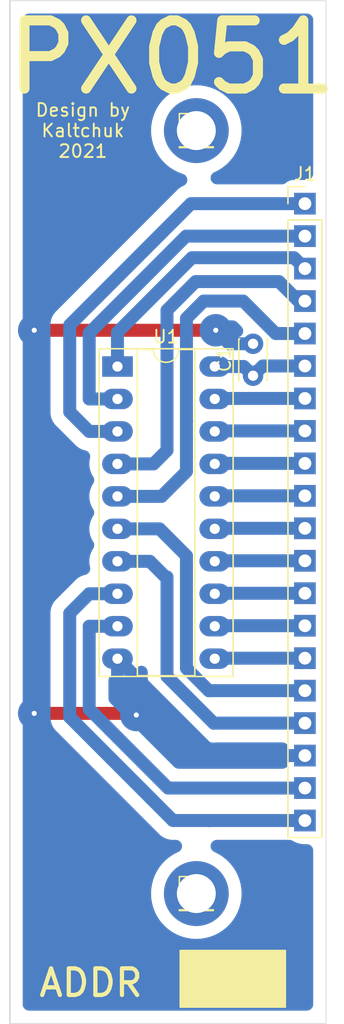
<source format=kicad_pcb>
(kicad_pcb (version 20211014) (generator pcbnew)
  (layers (0 "F.Cu" signal) (31 "B.Cu" signal) (34 "B.Paste" user) (35 "F.Paste" user) (36 "B.SilkS" user "B.Silkscreen") (37 "F.SilkS" user "F.Silkscreen") (38 "B.Mask" user) (39 "F.Mask" user) (44 "Edge.Cuts" user))
  (net 0 "")
  (net 1 "Net-(C1-Pad1)")
  (net 2 "Net-(J1-Pad20)")
  (net 3 "Net-(J1-Pad1)")
  (net 4 "Net-(J1-Pad2)")
  (net 5 "Net-(J1-Pad3)")
  (net 6 "Net-(J1-Pad4)")
  (net 7 "Net-(J1-Pad5)")
  (net 8 "Net-(J1-Pad7)")
  (net 9 "Net-(J1-Pad8)")
  (net 10 "Net-(J1-Pad9)")
  (net 11 "Net-(J1-Pad10)")
  (net 12 "Net-(J1-Pad11)")
  (net 13 "Net-(J1-Pad12)")
  (net 14 "Net-(J1-Pad13)")
  (net 15 "Net-(J1-Pad14)")
  (net 16 "Net-(J1-Pad15)")
  (net 17 "Net-(J1-Pad16)")
  (net 18 "Net-(J1-Pad17)")
  (net 19 "GND")
  (net 20 "Net-(J1-Pad19)")
  (footprint "Connector_PinHeader_2.54mm:PinHeader_1x01_P2.54mm_Vertical" (layer "F.Cu") (at 264.16 49.53)
    (fp_text reference "J7" hide)
    (fp_text value "fixing bolt" hide)
    (fp_line (start -1.33 1.33) (end 1.33 1.33) (layer "F.SilkS") (width 0.12))
    (fp_line (start -1.33 -1.33) (end 0 -1.33) (layer "F.SilkS") (width 0.12))
    (fp_line (start 1.33 1.27) (end 1.33 1.33) (layer "F.SilkS") (width 0.12))
    (fp_line (start -1.33 0) (end -1.33 -1.33) (layer "F.SilkS") (width 0.12))
    (fp_line (start -1.33 1.27) (end 1.33 1.27) (layer "F.SilkS") (width 0.12))
    (fp_line (start -1.33 1.27) (end -1.33 1.33) (layer "F.SilkS") (width 0.12))
    (pad "" thru_hole circle locked (at 0 0) (size 5.08 5.08) (drill 3.048) (layers *.Cu *.Mask))
  )
  (footprint "Capacitor_THT:C_Disc_D3.0mm_W2.0mm_P2.50mm" (layer "F.Cu") (at 268.605 68.707 90)
    (fp_text reference "C1" (at 1.25 -2.25 90) (layer "F.SilkS"))
    (fp_text value "10nF")
    (fp_line (start -0.37 1.055) (end -0.37 1.12) (layer "F.SilkS") (width 0.12))
    (fp_line (start -0.37 -1.12) (end 2.87 -1.12) (layer "F.SilkS") (width 0.12))
    (fp_line (start 2.87 1.055) (end 2.87 1.12) (layer "F.SilkS") (width 0.12))
    (fp_line (start -0.37 -1.12) (end -0.37 -1.055) (layer "F.SilkS") (width 0.12))
    (fp_line (start -0.37 1.12) (end 2.87 1.12) (layer "F.SilkS") (width 0.12))
    (fp_line (start 2.87 -1.12) (end 2.87 -1.055) (layer "F.SilkS") (width 0.12))
    (pad "1" thru_hole circle (at 0 0 90) (size 1.6 1.6) (drill 0.8) (layers *.Cu *.Mask) (net 1 "Net-(C1-Pad1)"))
    (pad "2" thru_hole circle (at 2.5 0 90) (size 1.6 1.6) (drill 0.8) (layers *.Cu *.Mask) (net 19 "GND"))
  )
  (footprint "Connector_PinHeader_2.54mm:PinHeader_1x01_P2.54mm_Vertical" (layer "F.Cu") (at 264.16 109.22)
    (fp_text reference "J8" hide)
    (fp_text value "fixing bolt" hide)
    (fp_line (start -1.33 -1.33) (end 0 -1.33) (layer "F.SilkS") (width 0.12))
    (fp_line (start -1.33 1.33) (end 1.33 1.33) (layer "F.SilkS") (width 0.12))
    (fp_line (start -1.33 0) (end -1.33 -1.33) (layer "F.SilkS") (width 0.12))
    (fp_line (start -1.33 1.27) (end 1.33 1.27) (layer "F.SilkS") (width 0.12))
    (fp_line (start 1.33 1.27) (end 1.33 1.33) (layer "F.SilkS") (width 0.12))
    (fp_line (start -1.33 1.27) (end -1.33 1.33) (layer "F.SilkS") (width 0.12))
    (pad "1" thru_hole circle locked (at 0 0) (size 5.08 5.08) (drill 3.048) (layers *.Cu *.Mask))
  )
  (footprint "Connector_PinHeader_2.54mm:PinHeader_1x20_P2.54mm_Vertical" (layer "F.Cu") (at 272.669 55.245)
    (fp_text reference "J1" (at 0 -2.33) (layer "F.SilkS"))
    (fp_text value "Conn_01x20_Male" hide)
    (fp_line (start -1.33 49.59) (end 1.33 49.59) (layer "F.SilkS") (width 0.12))
    (fp_line (start -1.33 0) (end -1.33 -1.33) (layer "F.SilkS") (width 0.12))
    (fp_line (start -1.33 1.27) (end -1.33 49.59) (layer "F.SilkS") (width 0.12))
    (fp_line (start -1.33 -1.33) (end 0 -1.33) (layer "F.SilkS") (width 0.12))
    (fp_line (start 1.33 1.27) (end 1.33 49.59) (layer "F.SilkS") (width 0.12))
    (fp_line (start -1.33 1.27) (end 1.33 1.27) (layer "F.SilkS") (width 0.12))
    (pad "1" thru_hole rect (at 0 0) (size 1.7 1.7) (drill 1) (layers *.Cu *.Mask) (net 3 "Net-(J1-Pad1)"))
    (pad "2" thru_hole rect (at 0 2.54) (size 1.7 1.7) (drill 1) (layers *.Cu *.Mask) (net 4 "Net-(J1-Pad2)"))
    (pad "3" thru_hole rect (at 0 5.08) (size 1.7 1.7) (drill 1) (layers *.Cu *.Mask) (net 5 "Net-(J1-Pad3)"))
    (pad "4" thru_hole rect (at 0 7.62) (size 1.7 1.7) (drill 1) (layers *.Cu *.Mask) (net 6 "Net-(J1-Pad4)"))
    (pad "5" thru_hole rect (at 0 10.16) (size 1.7 1.7) (drill 1) (layers *.Cu *.Mask) (net 7 "Net-(J1-Pad5)"))
    (pad "6" thru_hole rect (at 0 12.7) (size 1.7 1.7) (drill 1) (layers *.Cu *.Mask) (net 1 "Net-(C1-Pad1)"))
    (pad "7" thru_hole rect (at 0 15.24) (size 1.7 1.7) (drill 1) (layers *.Cu *.Mask) (net 8 "Net-(J1-Pad7)"))
    (pad "8" thru_hole rect (at 0 17.78) (size 1.7 1.7) (drill 1) (layers *.Cu *.Mask) (net 9 "Net-(J1-Pad8)"))
    (pad "9" thru_hole rect (at 0 20.32) (size 1.7 1.7) (drill 1) (layers *.Cu *.Mask) (net 10 "Net-(J1-Pad9)"))
    (pad "10" thru_hole rect (at 0 22.86) (size 1.7 1.7) (drill 1) (layers *.Cu *.Mask) (net 11 "Net-(J1-Pad10)"))
    (pad "11" thru_hole rect (at 0 25.4) (size 1.7 1.7) (drill 1) (layers *.Cu *.Mask) (net 12 "Net-(J1-Pad11)"))
    (pad "12" thru_hole rect (at 0 27.94) (size 1.7 1.7) (drill 1) (layers *.Cu *.Mask) (net 13 "Net-(J1-Pad12)"))
    (pad "13" thru_hole rect (at 0 30.48) (size 1.7 1.7) (drill 1) (layers *.Cu *.Mask) (net 14 "Net-(J1-Pad13)"))
    (pad "14" thru_hole rect (at 0 33.02) (size 1.7 1.7) (drill 1) (layers *.Cu *.Mask) (net 15 "Net-(J1-Pad14)"))
    (pad "15" thru_hole rect (at 0 35.56) (size 1.7 1.7) (drill 1) (layers *.Cu *.Mask) (net 16 "Net-(J1-Pad15)"))
    (pad "16" thru_hole rect (at 0 38.1) (size 1.7 1.7) (drill 1) (layers *.Cu *.Mask) (net 17 "Net-(J1-Pad16)"))
    (pad "17" thru_hole rect (at 0 40.64) (size 1.7 1.7) (drill 1) (layers *.Cu *.Mask) (net 18 "Net-(J1-Pad17)"))
    (pad "18" thru_hole rect (at 0 43.18) (size 1.7 1.7) (drill 1) (layers *.Cu *.Mask) (net 19 "GND"))
    (pad "19" thru_hole rect (at 0 45.72) (size 1.7 1.7) (drill 1) (layers *.Cu *.Mask) (net 20 "Net-(J1-Pad19)"))
    (pad "20" thru_hole rect (at 0 48.26) (size 1.7 1.7) (drill 1) (layers *.Cu *.Mask) (net 2 "Net-(J1-Pad20)"))
  )
  (footprint "Package_DIP:DIP-20_W7.62mm_Socket_LongPads" (layer "F.Cu") (at 257.983259 67.986259)
    (fp_text reference "U1" (at 3.81 -2.33) (layer "F.SilkS"))
    (fp_text value "AT89C4051-24P")
    (fp_line (start -1.44 24.25) (end 9.06 24.25) (layer "F.SilkS") (width 0.12))
    (fp_line (start 6.06 24.19) (end 6.06 -1.33) (layer "F.SilkS") (width 0.12))
    (fp_line (start 9.06 -1.39) (end -1.44 -1.39) (layer "F.SilkS") (width 0.12))
    (fp_line (start 9.06 24.25) (end 9.06 -1.39) (layer "F.SilkS") (width 0.12))
    (fp_line (start 1.56 -1.33) (end 1.56 24.19) (layer "F.SilkS") (width 0.12))
    (fp_line (start 2.81 -1.33) (end 1.56 -1.33) (layer "F.SilkS") (width 0.12))
    (fp_line (start 6.06 -1.33) (end 4.81 -1.33) (layer "F.SilkS") (width 0.12))
    (fp_line (start 1.56 24.19) (end 6.06 24.19) (layer "F.SilkS") (width 0.12))
    (fp_line (start -1.44 -1.39) (end -1.44 24.25) (layer "F.SilkS") (width 0.12))
    (fp_arc (start 4.81 -1.33) (mid 3.81 -0.33) (end 2.81 -1.33) (layer "F.SilkS") (width 0.12))
    (pad "1" thru_hole rect (at 0 0) (size 2.4 1.6) (drill 0.8) (layers *.Cu *.Mask) (net 5 "Net-(J1-Pad3)"))
    (pad "2" thru_hole oval (at 0 2.54) (size 2.4 1.6) (drill 0.8) (layers *.Cu *.Mask) (net 4 "Net-(J1-Pad2)"))
    (pad "3" thru_hole oval (at 0 5.08) (size 2.4 1.6) (drill 0.8) (layers *.Cu *.Mask) (net 3 "Net-(J1-Pad1)"))
    (pad "4" thru_hole oval (at 0 7.62) (size 2.4 1.6) (drill 0.8) (layers *.Cu *.Mask) (net 6 "Net-(J1-Pad4)"))
    (pad "5" thru_hole oval (at 0 10.16) (size 2.4 1.6) (drill 0.8) (layers *.Cu *.Mask) (net 7 "Net-(J1-Pad5)"))
    (pad "6" thru_hole oval (at 0 12.7) (size 2.4 1.6) (drill 0.8) (layers *.Cu *.Mask) (net 17 "Net-(J1-Pad16)"))
    (pad "7" thru_hole oval (at 0 15.24) (size 2.4 1.6) (drill 0.8) (layers *.Cu *.Mask) (net 18 "Net-(J1-Pad17)"))
    (pad "8" thru_hole oval (at 0 17.78) (size 2.4 1.6) (drill 0.8) (layers *.Cu *.Mask) (net 2 "Net-(J1-Pad20)"))
    (pad "9" thru_hole oval (at 0 20.32) (size 2.4 1.6) (drill 0.8) (layers *.Cu *.Mask) (net 20 "Net-(J1-Pad19)"))
    (pad "10" thru_hole oval (at 0 22.86) (size 2.4 1.6) (drill 0.8) (layers *.Cu *.Mask) (net 19 "GND"))
    (pad "11" thru_hole oval (at 7.62 22.86) (size 2.4 1.6) (drill 0.8) (layers *.Cu *.Mask) (net 16 "Net-(J1-Pad15)"))
    (pad "12" thru_hole oval (at 7.62 20.32) (size 2.4 1.6) (drill 0.8) (layers *.Cu *.Mask) (net 15 "Net-(J1-Pad14)"))
    (pad "13" thru_hole oval (at 7.62 17.78) (size 2.4 1.6) (drill 0.8) (layers *.Cu *.Mask) (net 14 "Net-(J1-Pad13)"))
    (pad "14" thru_hole oval (at 7.62 15.24) (size 2.4 1.6) (drill 0.8) (layers *.Cu *.Mask) (net 13 "Net-(J1-Pad12)"))
    (pad "15" thru_hole oval (at 7.62 12.7) (size 2.4 1.6) (drill 0.8) (layers *.Cu *.Mask) (net 12 "Net-(J1-Pad11)"))
    (pad "16" thru_hole oval (at 7.62 10.16) (size 2.4 1.6) (drill 0.8) (layers *.Cu *.Mask) (net 11 "Net-(J1-Pad10)"))
    (pad "17" thru_hole oval (at 7.62 7.62) (size 2.4 1.6) (drill 0.8) (layers *.Cu *.Mask) (net 10 "Net-(J1-Pad9)"))
    (pad "18" thru_hole oval (at 7.62 5.08) (size 2.4 1.6) (drill 0.8) (layers *.Cu *.Mask) (net 9 "Net-(J1-Pad8)"))
    (pad "19" thru_hole oval (at 7.62 2.54) (size 2.4 1.6) (drill 0.8) (layers *.Cu *.Mask) (net 8 "Net-(J1-Pad7)"))
    (pad "20" thru_hole oval (at 7.62 0) (size 2.4 1.6) (drill 0.8) (layers *.Cu *.Mask) (net 1 "Net-(C1-Pad1)"))
  )
  (gr_poly (pts (xy 271.145 118.11) (xy 262.89 118.11) (xy 262.89 113.665) (xy 271.145 113.665)) (layer "F.SilkS") (width 0.1) (fill solid))
  (gr_line (start 274.32 119.38) (end 274.32 39.37) (layer "Edge.Cuts") (width 0.05))
  (gr_line (start 249.555 39.37) (end 249.555 119.38) (layer "Edge.Cuts") (width 0.1))
  (gr_line (start 249.555 39.37) (end 274.32 39.37) (layer "Edge.Cuts") (width 0.05))
  (gr_line (start 249.555 119.38) (end 274.32 119.38) (layer "Edge.Cuts") (width 0.05))
  (gr_text "PX051" (at 262.255 43.815) (layer "F.SilkS") (effects (font (size 5.334 5.334) (thickness 0.7874))))
  (gr_text "ADDR" (at 255.905 116.205) (layer "F.SilkS") (effects (font (size 2.0828 2.0828) (thickness 0.3302))))
  (gr_text "Design by\nKaltchuk\n2021" (at 255.27 49.53) (layer "F.SilkS") (effects (font (size 1 1))))
  (segment (start 272.669 67.945) (end 269.367 67.945) (width 1.016) (layer "B.Cu") (net 1))
  (segment (start 265.603259 67.986259) (end 267.884259 67.986259) (width 1.016) (layer "B.Cu") (net 1))
  (segment (start 265.644518 67.945) (end 265.603259 67.986259) (width 1.016) (layer "B.Cu") (net 1))
  (segment (start 267.884259 67.986259) (end 268.605 68.707) (width 1.016) (layer "B.Cu") (net 1))
  (segment (start 269.367 67.945) (end 268.605 68.707) (width 1.016) (layer "B.Cu") (net 1))
  (segment (start 254.24374 87.289778) (end 254.24374 95.419524) (width 1.016) (layer "B.Cu") (net 2))
  (segment (start 257.983259 85.766259) (end 255.767259 85.766259) (width 1.016) (layer "B.Cu") (net 2))
  (segment (start 254.24374 95.419524) (end 262.329216 103.505) (width 1.016) (layer "B.Cu") (net 2))
  (segment (start 265.196518 103.505) (end 265.186259 103.515259) (width 1.016) (layer "B.Cu") (net 2))
  (segment (start 272.669 103.505) (end 265.196518 103.505) (width 1.016) (layer "B.Cu") (net 2))
  (segment (start 255.767259 85.766259) (end 254.24374 87.289778) (width 1.016) (layer "B.Cu") (net 2))
  (segment (start 262.329216 103.505) (end 265.196518 103.505) (width 1.016) (layer "B.Cu") (net 2))
  (segment (start 254.243739 71.542739) (end 255.767259 73.066259) (width 1.016) (layer "B.Cu") (net 3))
  (segment (start 263.73947 55.245) (end 254.24374 64.74073) (width 1.016) (layer "B.Cu") (net 3))
  (segment (start 272.669 55.245) (end 263.73947 55.245) (width 1.016) (layer "B.Cu") (net 3))
  (segment (start 255.767259 73.066259) (end 257.983259 73.066259) (width 1.016) (layer "B.Cu") (net 3))
  (segment (start 254.24374 64.74073) (end 254.24374 65.786) (width 1.016) (layer "B.Cu") (net 3))
  (segment (start 254.243739 65.540175) (end 254.243739 71.542739) (width 1.016) (layer "B.Cu") (net 3))
  (segment (start 263.354052 57.785) (end 255.767259 65.371793) (width 1.016) (layer "B.Cu") (net 4))
  (segment (start 272.669 57.785) (end 263.354052 57.785) (width 1.016) (layer "B.Cu") (net 4))
  (segment (start 255.767259 70.526259) (end 257.983259 70.526259) (width 1.016) (layer "B.Cu") (net 4))
  (segment (start 255.767259 65.371793) (end 255.767259 70.526259) (width 1.016) (layer "B.Cu") (net 4))
  (segment (start 257.983259 65.310375) (end 257.983259 67.986259) (width 1.016) (layer "B.Cu") (net 5))
  (segment (start 263.818634 59.475) (end 257.983259 65.310375) (width 1.016) (layer "B.Cu") (net 5))
  (segment (start 271.819 59.475) (end 263.818634 59.475) (width 1.016) (layer "B.Cu") (net 5))
  (segment (start 272.669 60.325) (end 271.819 59.475) (width 1.016) (layer "B.Cu") (net 5))
  (segment (start 261.86422 63.583996) (end 264.106246 61.34197) (width 1.016) (layer "B.Cu") (net 6))
  (segment (start 261.864219 74.549) (end 261.86422 63.583996) (width 1.016) (layer "B.Cu") (net 6))
  (segment (start 272.161 62.865) (end 272.669 62.865) (width 1.016) (layer "B.Cu") (net 6))
  (segment (start 264.106246 61.34197) (end 270.63797 61.34197) (width 1.016) (layer "B.Cu") (net 6))
  (segment (start 260.80696 75.606259) (end 261.864219 74.549) (width 1.016) (layer "B.Cu") (net 6))
  (segment (start 270.63797 61.34197) (end 272.161 62.865) (width 1.016) (layer "B.Cu") (net 6))
  (segment (start 257.983259 75.606259) (end 260.80696 75.606259) (width 1.016) (layer "B.Cu") (net 6))
  (segment (start 263.387739 64.215059) (end 263.387739 72.252739) (width 1.016) (layer "B.Cu") (net 7))
  (segment (start 263.387739 76.2) (end 263.387739 72.252739) (width 1.016) (layer "B.Cu") (net 7))
  (segment (start 264.737309 62.865489) (end 263.387739 64.215059) (width 1.016) (layer "B.Cu") (net 7))
  (segment (start 257.983259 78.146259) (end 261.44148 78.146259) (width 1.016) (layer "B.Cu") (net 7))
  (segment (start 270.370521 65.405) (end 267.83101 62.865489) (width 1.016) (layer "B.Cu") (net 7))
  (segment (start 272.669 65.405) (end 270.370521 65.405) (width 1.016) (layer "B.Cu") (net 7))
  (segment (start 263.387739 72.252739) (end 263.398 72.263) (width 1.016) (layer "B.Cu") (net 7))
  (segment (start 267.83101 62.865489) (end 264.737309 62.865489) (width 1.016) (layer "B.Cu") (net 7))
  (segment (start 261.44148 78.146259) (end 263.387739 76.2) (width 1.016) (layer "B.Cu") (net 7))
  (segment (start 265.644518 70.485) (end 265.603259 70.526259) (width 1.016) (layer "B.Cu") (net 8))
  (segment (start 272.669 70.485) (end 265.644518 70.485) (width 1.016) (layer "B.Cu") (net 8))
  (segment (start 272.669 73.025) (end 265.644518 73.025) (width 1.016) (layer "B.Cu") (net 9))
  (segment (start 265.644518 73.025) (end 265.603259 73.066259) (width 1.016) (layer "B.Cu") (net 9))
  (segment (start 265.644518 75.565) (end 265.603259 75.606259) (width 1.016) (layer "B.Cu") (net 10))
  (segment (start 272.669 75.565) (end 265.644518 75.565) (width 1.016) (layer "B.Cu") (net 10))
  (segment (start 265.644518 78.105) (end 265.603259 78.146259) (width 1.016) (layer "B.Cu") (net 11))
  (segment (start 272.669 78.105) (end 265.644518 78.105) (width 1.016) (layer "B.Cu") (net 11))
  (segment (start 272.669 80.645) (end 265.644518 80.645) (width 1.016) (layer "B.Cu") (net 12))
  (segment (start 265.644518 80.645) (end 265.603259 80.686259) (width 1.016) (layer "B.Cu") (net 12))
  (segment (start 265.644518 83.185) (end 265.603259 83.226259) (width 1.016) (layer "B.Cu") (net 13))
  (segment (start 272.669 83.185) (end 265.644518 83.185) (width 1.016) (layer "B.Cu") (net 13))
  (segment (start 265.644518 85.725) (end 265.603259 85.766259) (width 1.016) (layer "B.Cu") (net 14))
  (segment (start 272.669 85.725) (end 265.644518 85.725) (width 1.016) (layer "B.Cu") (net 14))
  (segment (start 265.644518 88.265) (end 265.603259 88.306259) (width 1.016) (layer "B.Cu") (net 15))
  (segment (start 272.669 88.265) (end 265.644518 88.265) (width 1.016) (layer "B.Cu") (net 15))
  (segment (start 272.669 90.805) (end 265.644518 90.805) (width 1.016) (layer "B.Cu") (net 16))
  (segment (start 265.644518 90.805) (end 265.603259 90.846259) (width 1.016) (layer "B.Cu") (net 16))
  (segment (start 263.387739 82.793739) (end 263.387739 91.598272) (width 1.016) (layer "B.Cu") (net 17))
  (segment (start 272.669 93.345) (end 265.154985 93.345) (width 1.016) (layer "B.Cu") (net 17))
  (segment (start 265.154985 93.345) (end 265.144726 93.355259) (width 1.016) (layer "B.Cu") (net 17))
  (segment (start 263.387739 91.598272) (end 265.144726 93.355259) (width 1.016) (layer "B.Cu") (net 17))
  (segment (start 261.280259 80.686259) (end 263.387739 82.793739) (width 1.016) (layer "B.Cu") (net 17))
  (segment (start 257.983259 80.686259) (end 261.280259 80.686259) (width 1.016) (layer "B.Cu") (net 17))
  (segment (start 265.540403 95.885) (end 265.530144 95.895259) (width 1.016) (layer "B.Cu") (net 18))
  (segment (start 272.669 95.885) (end 265.540403 95.885) (width 1.016) (layer "B.Cu") (net 18))
  (segment (start 261.86422 92.229335) (end 265.530144 95.895259) (width 1.016) (layer "B.Cu") (net 18))
  (segment (start 261.864219 84.445219) (end 261.86422 92.229335) (width 1.016) (layer "B.Cu") (net 18))
  (segment (start 260.518259 83.226259) (end 261.737219 84.445219) (width 1.016) (layer "B.Cu") (net 18))
  (segment (start 257.983259 83.226259) (end 260.518259 83.226259) (width 1.016) (layer "B.Cu") (net 18))
  (segment (start 265.684 65.151) (end 251.46 65.151) (width 1.016) (layer "F.Cu") (net 19))
  (segment (start 259.334 95.123) (end 259.461 95.25) (width 1.016) (layer "F.Cu") (net 19))
  (segment (start 251.46 95.123) (end 259.334 95.123) (width 1.016) (layer "F.Cu") (net 19))
  (via (at 259.461 95.25) (size 2.54) (drill 0.4) (layers "F.Cu" "B.Cu") (net 19))
  (via (at 251.46 95.123) (size 2.54) (drill 0.4) (layers "F.Cu" "B.Cu") (net 19))
  (via (at 265.684 65.151) (size 2.54) (drill 0.4) (layers "F.Cu" "B.Cu") (net 19))
  (via (at 251.46 65.151) (size 2.54) (drill 0.4) (layers "F.Cu" "B.Cu") (net 19))
  (segment (start 257.983259 90.846259) (end 260.924 93.787) (width 1.016) (layer "B.Cu") (net 19))
  (segment (start 260.924 93.787) (end 259.461 95.25) (width 1.016) (layer "B.Cu") (net 19))
  (segment (start 268.605 66.207) (end 266.74 66.207) (width 1.016) (layer "B.Cu") (net 19))
  (segment (start 265.582518 98.425) (end 265.572259 98.435259) (width 1.016) (layer "B.Cu") (net 19))
  (segment (start 251.46 65.151) (end 251.46 95.123) (width 1.016) (layer "B.Cu") (net 19))
  (segment (start 266.74 66.207) (end 265.684 65.151) (width 1.016) (layer "B.Cu") (net 19))
  (segment (start 272.669 98.425) (end 265.582518 98.425) (width 1.016) (layer "B.Cu") (net 19))
  (segment (start 260.924 93.787) (end 265.572259 98.435259) (width 1.016) (layer "B.Cu") (net 19))
  (segment (start 257.983259 88.306259) (end 255.767259 88.306259) (width 1.016) (layer "B.Cu") (net 20))
  (segment (start 255.767259 94.788461) (end 261.943798 100.965) (width 1.016) (layer "B.Cu") (net 20))
  (segment (start 261.943798 100.965) (end 272.669 100.965) (width 1.016) (layer "B.Cu") (net 20))
  (segment (start 255.767259 88.306259) (end 255.767259 94.788461) (width 1.016) (layer "B.Cu") (net 20))
  (zone (net 19) (net_name "GND") (layer "B.Cu") (connect_pads (clearance 1)) (min_thickness 1) (fill yes (thermal_gap 0.508) (thermal_bridge_width 1))
    (polygon (pts (xy 274.32 119.38) (xy 249.682 119.38) (xy 249.682 39.37) (xy 274.32 39.37)))
  )
)
</source>
